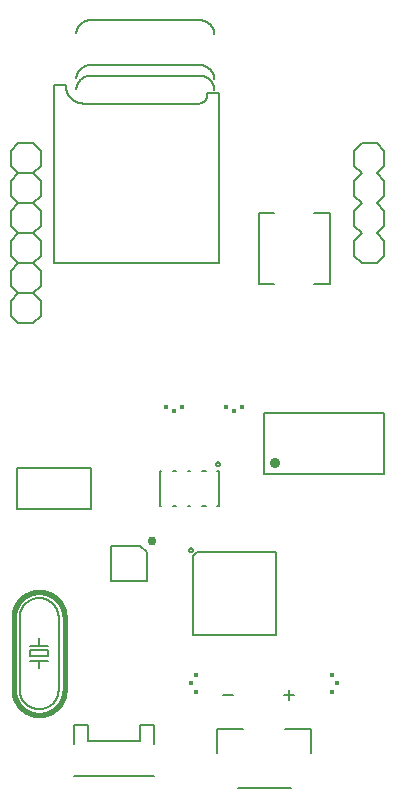
<source format=gto>
G75*
%MOIN*%
%OFA0B0*%
%FSLAX25Y25*%
%IPPOS*%
%LPD*%
%AMOC8*
5,1,8,0,0,1.08239X$1,22.5*
%
%ADD10C,0.00800*%
%ADD11C,0.03482*%
%ADD12C,0.00600*%
%ADD13R,0.01280X0.01673*%
%ADD14R,0.01378X0.01378*%
%ADD15R,0.01673X0.01280*%
%ADD16C,0.01600*%
%ADD17C,0.00500*%
%ADD18C,0.03000*%
%ADD19C,0.00700*%
D10*
X0028664Y0016958D02*
X0055436Y0016958D01*
X0055436Y0027588D02*
X0055436Y0033887D01*
X0050711Y0033887D01*
X0050711Y0028375D01*
X0033389Y0028375D01*
X0033389Y0033887D01*
X0028664Y0033887D01*
X0028664Y0027588D01*
X0068251Y0063867D02*
X0068251Y0090068D01*
X0069648Y0091466D01*
X0095849Y0091466D01*
X0095849Y0063867D01*
X0068251Y0063867D01*
X0067050Y0092167D02*
X0067052Y0092216D01*
X0067058Y0092264D01*
X0067068Y0092312D01*
X0067082Y0092359D01*
X0067099Y0092405D01*
X0067120Y0092449D01*
X0067145Y0092491D01*
X0067173Y0092531D01*
X0067205Y0092569D01*
X0067239Y0092604D01*
X0067276Y0092636D01*
X0067315Y0092665D01*
X0067357Y0092691D01*
X0067401Y0092713D01*
X0067446Y0092731D01*
X0067493Y0092746D01*
X0067540Y0092757D01*
X0067589Y0092764D01*
X0067638Y0092767D01*
X0067687Y0092766D01*
X0067735Y0092761D01*
X0067784Y0092752D01*
X0067831Y0092739D01*
X0067877Y0092722D01*
X0067921Y0092702D01*
X0067964Y0092678D01*
X0068005Y0092651D01*
X0068043Y0092620D01*
X0068079Y0092587D01*
X0068111Y0092551D01*
X0068141Y0092512D01*
X0068168Y0092471D01*
X0068191Y0092427D01*
X0068210Y0092382D01*
X0068226Y0092336D01*
X0068238Y0092289D01*
X0068246Y0092240D01*
X0068250Y0092191D01*
X0068250Y0092143D01*
X0068246Y0092094D01*
X0068238Y0092045D01*
X0068226Y0091998D01*
X0068210Y0091952D01*
X0068191Y0091907D01*
X0068168Y0091863D01*
X0068141Y0091822D01*
X0068111Y0091783D01*
X0068079Y0091747D01*
X0068043Y0091714D01*
X0068005Y0091683D01*
X0067964Y0091656D01*
X0067921Y0091632D01*
X0067877Y0091612D01*
X0067831Y0091595D01*
X0067784Y0091582D01*
X0067735Y0091573D01*
X0067687Y0091568D01*
X0067638Y0091567D01*
X0067589Y0091570D01*
X0067540Y0091577D01*
X0067493Y0091588D01*
X0067446Y0091603D01*
X0067401Y0091621D01*
X0067357Y0091643D01*
X0067315Y0091669D01*
X0067276Y0091698D01*
X0067239Y0091730D01*
X0067205Y0091765D01*
X0067173Y0091803D01*
X0067145Y0091843D01*
X0067120Y0091885D01*
X0067099Y0091929D01*
X0067082Y0091975D01*
X0067068Y0092022D01*
X0067058Y0092070D01*
X0067052Y0092118D01*
X0067050Y0092167D01*
X0066656Y0106761D02*
X0067444Y0106761D01*
X0071381Y0106761D02*
X0072562Y0106761D01*
X0076499Y0106761D02*
X0076893Y0106761D01*
X0076893Y0118572D01*
X0076499Y0118572D01*
X0072562Y0118572D02*
X0071381Y0118572D01*
X0067444Y0118572D02*
X0066656Y0118572D01*
X0062719Y0118572D02*
X0061538Y0118572D01*
X0057601Y0118572D02*
X0057207Y0118572D01*
X0057207Y0106761D01*
X0057601Y0106761D01*
X0061538Y0106761D02*
X0062719Y0106761D01*
X0091971Y0117430D02*
X0091971Y0137903D01*
X0132129Y0137903D01*
X0132129Y0117430D01*
X0091971Y0117430D01*
X0090239Y0180856D02*
X0090239Y0204478D01*
X0095357Y0204478D01*
X0095357Y0180856D02*
X0090239Y0180856D01*
X0108743Y0180856D02*
X0113861Y0180856D01*
X0113861Y0204478D01*
X0108743Y0204478D01*
X0122050Y0205167D02*
X0122050Y0200167D01*
X0124550Y0197667D01*
X0122050Y0195167D01*
X0122050Y0190167D01*
X0124550Y0187667D01*
X0129550Y0187667D01*
X0132050Y0190167D01*
X0132050Y0195167D01*
X0129550Y0197667D01*
X0132050Y0200167D01*
X0132050Y0205167D01*
X0129550Y0207667D01*
X0132050Y0210167D01*
X0132050Y0215167D01*
X0129550Y0217667D01*
X0132050Y0220167D01*
X0132050Y0225167D01*
X0129550Y0227667D01*
X0124550Y0227667D01*
X0122050Y0225167D01*
X0122050Y0220167D01*
X0124550Y0217667D01*
X0122050Y0215167D01*
X0122050Y0210167D01*
X0124550Y0207667D01*
X0122050Y0205167D01*
X0017550Y0205167D02*
X0017550Y0200167D01*
X0015050Y0197667D01*
X0010050Y0197667D01*
X0007550Y0200167D01*
X0007550Y0205167D01*
X0010050Y0207667D01*
X0015050Y0207667D01*
X0017550Y0205167D01*
X0015050Y0207667D02*
X0017550Y0210167D01*
X0017550Y0215167D01*
X0015050Y0217667D01*
X0010050Y0217667D01*
X0007550Y0220167D01*
X0007550Y0225167D01*
X0010050Y0227667D01*
X0015050Y0227667D01*
X0017550Y0225167D01*
X0017550Y0220167D01*
X0015050Y0217667D01*
X0010050Y0217667D02*
X0007550Y0215167D01*
X0007550Y0210167D01*
X0010050Y0207667D01*
X0010050Y0197667D02*
X0007550Y0195167D01*
X0007550Y0190167D01*
X0010050Y0187667D01*
X0015050Y0187667D01*
X0017550Y0185167D01*
X0017550Y0180167D01*
X0015050Y0177667D01*
X0010050Y0177667D01*
X0007550Y0180167D01*
X0007550Y0185167D01*
X0010050Y0187667D01*
X0015050Y0187667D02*
X0017550Y0190167D01*
X0017550Y0195167D01*
X0015050Y0197667D01*
X0015050Y0177667D02*
X0017550Y0175167D01*
X0017550Y0170167D01*
X0015050Y0167667D01*
X0010050Y0167667D01*
X0007550Y0170167D01*
X0007550Y0175167D01*
X0010050Y0177667D01*
D11*
X0095515Y0121269D03*
D12*
X0034349Y0119474D02*
X0034349Y0105852D01*
X0009751Y0105852D01*
X0009751Y0119474D01*
X0034349Y0119474D01*
X0023550Y0069667D02*
X0023550Y0045667D01*
X0020050Y0055167D02*
X0017050Y0055167D01*
X0017050Y0052667D01*
X0017050Y0055167D02*
X0014050Y0055167D01*
X0014050Y0056667D02*
X0014050Y0058667D01*
X0020050Y0058667D01*
X0020050Y0056667D01*
X0014050Y0056667D01*
X0014050Y0060167D02*
X0017050Y0060167D01*
X0017050Y0062667D01*
X0017050Y0060167D02*
X0020050Y0060167D01*
X0023550Y0069667D02*
X0023548Y0069827D01*
X0023542Y0069986D01*
X0023532Y0070145D01*
X0023519Y0070304D01*
X0023501Y0070463D01*
X0023480Y0070621D01*
X0023454Y0070778D01*
X0023425Y0070935D01*
X0023392Y0071091D01*
X0023355Y0071246D01*
X0023315Y0071401D01*
X0023270Y0071554D01*
X0023222Y0071706D01*
X0023170Y0071857D01*
X0023114Y0072006D01*
X0023055Y0072154D01*
X0022992Y0072301D01*
X0022926Y0072446D01*
X0022856Y0072589D01*
X0022782Y0072731D01*
X0022706Y0072871D01*
X0022625Y0073009D01*
X0022542Y0073144D01*
X0022455Y0073278D01*
X0022364Y0073410D01*
X0022271Y0073539D01*
X0022174Y0073666D01*
X0022075Y0073791D01*
X0021972Y0073913D01*
X0021866Y0074032D01*
X0021758Y0074149D01*
X0021646Y0074263D01*
X0021532Y0074375D01*
X0021415Y0074483D01*
X0021296Y0074589D01*
X0021174Y0074692D01*
X0021049Y0074791D01*
X0020922Y0074888D01*
X0020793Y0074981D01*
X0020661Y0075072D01*
X0020527Y0075159D01*
X0020392Y0075242D01*
X0020254Y0075323D01*
X0020114Y0075399D01*
X0019972Y0075473D01*
X0019829Y0075543D01*
X0019684Y0075609D01*
X0019537Y0075672D01*
X0019389Y0075731D01*
X0019240Y0075787D01*
X0019089Y0075839D01*
X0018937Y0075887D01*
X0018784Y0075932D01*
X0018629Y0075972D01*
X0018474Y0076009D01*
X0018318Y0076042D01*
X0018161Y0076071D01*
X0018004Y0076097D01*
X0017846Y0076118D01*
X0017687Y0076136D01*
X0017528Y0076149D01*
X0017369Y0076159D01*
X0017210Y0076165D01*
X0017050Y0076167D01*
X0016890Y0076165D01*
X0016731Y0076159D01*
X0016572Y0076149D01*
X0016413Y0076136D01*
X0016254Y0076118D01*
X0016096Y0076097D01*
X0015939Y0076071D01*
X0015782Y0076042D01*
X0015626Y0076009D01*
X0015471Y0075972D01*
X0015316Y0075932D01*
X0015163Y0075887D01*
X0015011Y0075839D01*
X0014860Y0075787D01*
X0014711Y0075731D01*
X0014563Y0075672D01*
X0014416Y0075609D01*
X0014271Y0075543D01*
X0014128Y0075473D01*
X0013986Y0075399D01*
X0013846Y0075323D01*
X0013708Y0075242D01*
X0013573Y0075159D01*
X0013439Y0075072D01*
X0013307Y0074981D01*
X0013178Y0074888D01*
X0013051Y0074791D01*
X0012926Y0074692D01*
X0012804Y0074589D01*
X0012685Y0074483D01*
X0012568Y0074375D01*
X0012454Y0074263D01*
X0012342Y0074149D01*
X0012234Y0074032D01*
X0012128Y0073913D01*
X0012025Y0073791D01*
X0011926Y0073666D01*
X0011829Y0073539D01*
X0011736Y0073410D01*
X0011645Y0073278D01*
X0011558Y0073144D01*
X0011475Y0073009D01*
X0011394Y0072871D01*
X0011318Y0072731D01*
X0011244Y0072589D01*
X0011174Y0072446D01*
X0011108Y0072301D01*
X0011045Y0072154D01*
X0010986Y0072006D01*
X0010930Y0071857D01*
X0010878Y0071706D01*
X0010830Y0071554D01*
X0010785Y0071401D01*
X0010745Y0071246D01*
X0010708Y0071091D01*
X0010675Y0070935D01*
X0010646Y0070778D01*
X0010620Y0070621D01*
X0010599Y0070463D01*
X0010581Y0070304D01*
X0010568Y0070145D01*
X0010558Y0069986D01*
X0010552Y0069827D01*
X0010550Y0069667D01*
X0010550Y0045667D01*
X0010552Y0045507D01*
X0010558Y0045348D01*
X0010568Y0045189D01*
X0010581Y0045030D01*
X0010599Y0044871D01*
X0010620Y0044713D01*
X0010646Y0044556D01*
X0010675Y0044399D01*
X0010708Y0044243D01*
X0010745Y0044088D01*
X0010785Y0043933D01*
X0010830Y0043780D01*
X0010878Y0043628D01*
X0010930Y0043477D01*
X0010986Y0043328D01*
X0011045Y0043180D01*
X0011108Y0043033D01*
X0011174Y0042888D01*
X0011244Y0042745D01*
X0011318Y0042603D01*
X0011394Y0042463D01*
X0011475Y0042325D01*
X0011558Y0042190D01*
X0011645Y0042056D01*
X0011736Y0041924D01*
X0011829Y0041795D01*
X0011926Y0041668D01*
X0012025Y0041543D01*
X0012128Y0041421D01*
X0012234Y0041302D01*
X0012342Y0041185D01*
X0012454Y0041071D01*
X0012568Y0040959D01*
X0012685Y0040851D01*
X0012804Y0040745D01*
X0012926Y0040642D01*
X0013051Y0040543D01*
X0013178Y0040446D01*
X0013307Y0040353D01*
X0013439Y0040262D01*
X0013573Y0040175D01*
X0013708Y0040092D01*
X0013846Y0040011D01*
X0013986Y0039935D01*
X0014128Y0039861D01*
X0014271Y0039791D01*
X0014416Y0039725D01*
X0014563Y0039662D01*
X0014711Y0039603D01*
X0014860Y0039547D01*
X0015011Y0039495D01*
X0015163Y0039447D01*
X0015316Y0039402D01*
X0015471Y0039362D01*
X0015626Y0039325D01*
X0015782Y0039292D01*
X0015939Y0039263D01*
X0016096Y0039237D01*
X0016254Y0039216D01*
X0016413Y0039198D01*
X0016572Y0039185D01*
X0016731Y0039175D01*
X0016890Y0039169D01*
X0017050Y0039167D01*
X0017210Y0039169D01*
X0017369Y0039175D01*
X0017528Y0039185D01*
X0017687Y0039198D01*
X0017846Y0039216D01*
X0018004Y0039237D01*
X0018161Y0039263D01*
X0018318Y0039292D01*
X0018474Y0039325D01*
X0018629Y0039362D01*
X0018784Y0039402D01*
X0018937Y0039447D01*
X0019089Y0039495D01*
X0019240Y0039547D01*
X0019389Y0039603D01*
X0019537Y0039662D01*
X0019684Y0039725D01*
X0019829Y0039791D01*
X0019972Y0039861D01*
X0020114Y0039935D01*
X0020254Y0040011D01*
X0020392Y0040092D01*
X0020527Y0040175D01*
X0020661Y0040262D01*
X0020793Y0040353D01*
X0020922Y0040446D01*
X0021049Y0040543D01*
X0021174Y0040642D01*
X0021296Y0040745D01*
X0021415Y0040851D01*
X0021532Y0040959D01*
X0021646Y0041071D01*
X0021758Y0041185D01*
X0021866Y0041302D01*
X0021972Y0041421D01*
X0022075Y0041543D01*
X0022174Y0041668D01*
X0022271Y0041795D01*
X0022364Y0041924D01*
X0022455Y0042056D01*
X0022542Y0042190D01*
X0022625Y0042325D01*
X0022706Y0042463D01*
X0022782Y0042603D01*
X0022856Y0042745D01*
X0022926Y0042888D01*
X0022992Y0043033D01*
X0023055Y0043180D01*
X0023114Y0043328D01*
X0023170Y0043477D01*
X0023222Y0043628D01*
X0023270Y0043780D01*
X0023315Y0043933D01*
X0023355Y0044088D01*
X0023392Y0044243D01*
X0023425Y0044399D01*
X0023454Y0044556D01*
X0023480Y0044713D01*
X0023501Y0044871D01*
X0023519Y0045030D01*
X0023532Y0045189D01*
X0023542Y0045348D01*
X0023548Y0045507D01*
X0023550Y0045667D01*
D13*
X0059343Y0139881D03*
X0064757Y0139881D03*
X0079343Y0139881D03*
X0084757Y0139881D03*
D14*
X0082050Y0138356D03*
X0062050Y0138356D03*
X0067739Y0047667D03*
X0116361Y0047667D03*
D15*
X0114835Y0050373D03*
X0114835Y0044960D03*
X0069265Y0044960D03*
X0069265Y0050373D03*
D16*
X0008550Y0045667D02*
X0008550Y0069667D01*
X0008553Y0069874D01*
X0008560Y0070081D01*
X0008573Y0070287D01*
X0008590Y0070494D01*
X0008613Y0070699D01*
X0008641Y0070905D01*
X0008673Y0071109D01*
X0008711Y0071313D01*
X0008753Y0071515D01*
X0008801Y0071717D01*
X0008853Y0071917D01*
X0008910Y0072116D01*
X0008972Y0072313D01*
X0009039Y0072509D01*
X0009111Y0072703D01*
X0009187Y0072896D01*
X0009268Y0073086D01*
X0009354Y0073275D01*
X0009444Y0073461D01*
X0009538Y0073645D01*
X0009638Y0073827D01*
X0009741Y0074006D01*
X0009849Y0074183D01*
X0009961Y0074357D01*
X0010077Y0074528D01*
X0010198Y0074697D01*
X0010322Y0074862D01*
X0010451Y0075024D01*
X0010583Y0075183D01*
X0010719Y0075339D01*
X0010859Y0075492D01*
X0011003Y0075641D01*
X0011150Y0075786D01*
X0011301Y0075928D01*
X0011455Y0076066D01*
X0011613Y0076201D01*
X0011773Y0076331D01*
X0011937Y0076457D01*
X0012104Y0076580D01*
X0012274Y0076698D01*
X0012447Y0076813D01*
X0012622Y0076923D01*
X0012800Y0077028D01*
X0012981Y0077130D01*
X0013163Y0077226D01*
X0013349Y0077319D01*
X0013536Y0077407D01*
X0013726Y0077490D01*
X0013917Y0077569D01*
X0014110Y0077643D01*
X0014306Y0077712D01*
X0014502Y0077776D01*
X0014700Y0077836D01*
X0014900Y0077891D01*
X0015101Y0077941D01*
X0015303Y0077986D01*
X0015506Y0078026D01*
X0015710Y0078061D01*
X0015915Y0078091D01*
X0016120Y0078116D01*
X0016326Y0078136D01*
X0016533Y0078151D01*
X0016740Y0078161D01*
X0016947Y0078166D01*
X0017153Y0078166D01*
X0017360Y0078161D01*
X0017567Y0078151D01*
X0017774Y0078136D01*
X0017980Y0078116D01*
X0018185Y0078091D01*
X0018390Y0078061D01*
X0018594Y0078026D01*
X0018797Y0077986D01*
X0018999Y0077941D01*
X0019200Y0077891D01*
X0019400Y0077836D01*
X0019598Y0077776D01*
X0019794Y0077712D01*
X0019990Y0077643D01*
X0020183Y0077569D01*
X0020374Y0077490D01*
X0020564Y0077407D01*
X0020751Y0077319D01*
X0020937Y0077226D01*
X0021119Y0077130D01*
X0021300Y0077028D01*
X0021478Y0076923D01*
X0021653Y0076813D01*
X0021826Y0076698D01*
X0021996Y0076580D01*
X0022163Y0076457D01*
X0022327Y0076331D01*
X0022487Y0076201D01*
X0022645Y0076066D01*
X0022799Y0075928D01*
X0022950Y0075786D01*
X0023097Y0075641D01*
X0023241Y0075492D01*
X0023381Y0075339D01*
X0023517Y0075183D01*
X0023649Y0075024D01*
X0023778Y0074862D01*
X0023902Y0074697D01*
X0024023Y0074528D01*
X0024139Y0074357D01*
X0024251Y0074183D01*
X0024359Y0074006D01*
X0024462Y0073827D01*
X0024562Y0073645D01*
X0024656Y0073461D01*
X0024746Y0073275D01*
X0024832Y0073086D01*
X0024913Y0072896D01*
X0024989Y0072703D01*
X0025061Y0072509D01*
X0025128Y0072313D01*
X0025190Y0072116D01*
X0025247Y0071917D01*
X0025299Y0071717D01*
X0025347Y0071515D01*
X0025389Y0071313D01*
X0025427Y0071109D01*
X0025459Y0070905D01*
X0025487Y0070699D01*
X0025510Y0070494D01*
X0025527Y0070287D01*
X0025540Y0070081D01*
X0025547Y0069874D01*
X0025550Y0069667D01*
X0025550Y0045667D01*
X0025547Y0045460D01*
X0025540Y0045253D01*
X0025527Y0045047D01*
X0025510Y0044840D01*
X0025487Y0044635D01*
X0025459Y0044429D01*
X0025427Y0044225D01*
X0025389Y0044021D01*
X0025347Y0043819D01*
X0025299Y0043617D01*
X0025247Y0043417D01*
X0025190Y0043218D01*
X0025128Y0043021D01*
X0025061Y0042825D01*
X0024989Y0042631D01*
X0024913Y0042438D01*
X0024832Y0042248D01*
X0024746Y0042059D01*
X0024656Y0041873D01*
X0024562Y0041689D01*
X0024462Y0041507D01*
X0024359Y0041328D01*
X0024251Y0041151D01*
X0024139Y0040977D01*
X0024023Y0040806D01*
X0023902Y0040637D01*
X0023778Y0040472D01*
X0023649Y0040310D01*
X0023517Y0040151D01*
X0023381Y0039995D01*
X0023241Y0039842D01*
X0023097Y0039693D01*
X0022950Y0039548D01*
X0022799Y0039406D01*
X0022645Y0039268D01*
X0022487Y0039133D01*
X0022327Y0039003D01*
X0022163Y0038877D01*
X0021996Y0038754D01*
X0021826Y0038636D01*
X0021653Y0038521D01*
X0021478Y0038411D01*
X0021300Y0038306D01*
X0021119Y0038204D01*
X0020937Y0038108D01*
X0020751Y0038015D01*
X0020564Y0037927D01*
X0020374Y0037844D01*
X0020183Y0037765D01*
X0019990Y0037691D01*
X0019794Y0037622D01*
X0019598Y0037558D01*
X0019400Y0037498D01*
X0019200Y0037443D01*
X0018999Y0037393D01*
X0018797Y0037348D01*
X0018594Y0037308D01*
X0018390Y0037273D01*
X0018185Y0037243D01*
X0017980Y0037218D01*
X0017774Y0037198D01*
X0017567Y0037183D01*
X0017360Y0037173D01*
X0017153Y0037168D01*
X0016947Y0037168D01*
X0016740Y0037173D01*
X0016533Y0037183D01*
X0016326Y0037198D01*
X0016120Y0037218D01*
X0015915Y0037243D01*
X0015710Y0037273D01*
X0015506Y0037308D01*
X0015303Y0037348D01*
X0015101Y0037393D01*
X0014900Y0037443D01*
X0014700Y0037498D01*
X0014502Y0037558D01*
X0014306Y0037622D01*
X0014110Y0037691D01*
X0013917Y0037765D01*
X0013726Y0037844D01*
X0013536Y0037927D01*
X0013349Y0038015D01*
X0013163Y0038108D01*
X0012981Y0038204D01*
X0012800Y0038306D01*
X0012622Y0038411D01*
X0012447Y0038521D01*
X0012274Y0038636D01*
X0012104Y0038754D01*
X0011937Y0038877D01*
X0011773Y0039003D01*
X0011613Y0039133D01*
X0011455Y0039268D01*
X0011301Y0039406D01*
X0011150Y0039548D01*
X0011003Y0039693D01*
X0010859Y0039842D01*
X0010719Y0039995D01*
X0010583Y0040151D01*
X0010451Y0040310D01*
X0010322Y0040472D01*
X0010198Y0040637D01*
X0010077Y0040806D01*
X0009961Y0040977D01*
X0009849Y0041151D01*
X0009741Y0041328D01*
X0009638Y0041507D01*
X0009538Y0041689D01*
X0009444Y0041873D01*
X0009354Y0042059D01*
X0009268Y0042248D01*
X0009187Y0042438D01*
X0009111Y0042631D01*
X0009039Y0042825D01*
X0008972Y0043021D01*
X0008910Y0043218D01*
X0008853Y0043417D01*
X0008801Y0043617D01*
X0008753Y0043819D01*
X0008711Y0044021D01*
X0008673Y0044225D01*
X0008641Y0044429D01*
X0008613Y0044635D01*
X0008590Y0044840D01*
X0008573Y0045047D01*
X0008560Y0045253D01*
X0008553Y0045460D01*
X0008550Y0045667D01*
D17*
X0041144Y0081761D02*
X0041144Y0093572D01*
X0050846Y0093572D01*
X0052956Y0091462D01*
X0052956Y0081761D01*
X0041144Y0081761D01*
X0076302Y0032509D02*
X0076302Y0024635D01*
X0076302Y0032509D02*
X0085160Y0032509D01*
X0083192Y0012824D02*
X0100908Y0012824D01*
X0107798Y0024635D02*
X0107798Y0032509D01*
X0098940Y0032509D01*
X0076018Y0120767D02*
X0076020Y0120817D01*
X0076026Y0120866D01*
X0076035Y0120915D01*
X0076049Y0120962D01*
X0076066Y0121009D01*
X0076087Y0121054D01*
X0076111Y0121097D01*
X0076139Y0121138D01*
X0076169Y0121177D01*
X0076203Y0121214D01*
X0076240Y0121248D01*
X0076279Y0121278D01*
X0076320Y0121306D01*
X0076363Y0121330D01*
X0076408Y0121351D01*
X0076455Y0121368D01*
X0076502Y0121382D01*
X0076551Y0121391D01*
X0076600Y0121397D01*
X0076650Y0121399D01*
X0076700Y0121397D01*
X0076749Y0121391D01*
X0076798Y0121382D01*
X0076845Y0121368D01*
X0076892Y0121351D01*
X0076937Y0121330D01*
X0076980Y0121306D01*
X0077021Y0121278D01*
X0077060Y0121248D01*
X0077097Y0121214D01*
X0077131Y0121177D01*
X0077161Y0121138D01*
X0077189Y0121097D01*
X0077213Y0121054D01*
X0077234Y0121009D01*
X0077251Y0120962D01*
X0077265Y0120915D01*
X0077274Y0120866D01*
X0077280Y0120817D01*
X0077282Y0120767D01*
X0077280Y0120717D01*
X0077274Y0120668D01*
X0077265Y0120619D01*
X0077251Y0120572D01*
X0077234Y0120525D01*
X0077213Y0120480D01*
X0077189Y0120437D01*
X0077161Y0120396D01*
X0077131Y0120357D01*
X0077097Y0120320D01*
X0077060Y0120286D01*
X0077021Y0120256D01*
X0076980Y0120228D01*
X0076937Y0120204D01*
X0076892Y0120183D01*
X0076845Y0120166D01*
X0076798Y0120152D01*
X0076749Y0120143D01*
X0076700Y0120137D01*
X0076650Y0120135D01*
X0076600Y0120137D01*
X0076551Y0120143D01*
X0076502Y0120152D01*
X0076455Y0120166D01*
X0076408Y0120183D01*
X0076363Y0120204D01*
X0076320Y0120228D01*
X0076279Y0120256D01*
X0076240Y0120286D01*
X0076203Y0120320D01*
X0076169Y0120357D01*
X0076139Y0120396D01*
X0076111Y0120437D01*
X0076087Y0120480D01*
X0076066Y0120525D01*
X0076049Y0120572D01*
X0076035Y0120619D01*
X0076026Y0120668D01*
X0076020Y0120717D01*
X0076018Y0120767D01*
X0077050Y0187824D02*
X0077050Y0244517D01*
X0073113Y0244517D01*
X0075475Y0245541D02*
X0075473Y0245676D01*
X0075467Y0245811D01*
X0075458Y0245945D01*
X0075444Y0246079D01*
X0075427Y0246213D01*
X0075406Y0246347D01*
X0075381Y0246479D01*
X0075352Y0246611D01*
X0075320Y0246742D01*
X0075284Y0246872D01*
X0075244Y0247001D01*
X0075200Y0247128D01*
X0075153Y0247255D01*
X0075102Y0247380D01*
X0075048Y0247503D01*
X0074990Y0247625D01*
X0074929Y0247746D01*
X0074864Y0247864D01*
X0074796Y0247980D01*
X0074725Y0248095D01*
X0074651Y0248207D01*
X0074573Y0248318D01*
X0074492Y0248426D01*
X0074408Y0248531D01*
X0074321Y0248635D01*
X0074231Y0248735D01*
X0074139Y0248833D01*
X0074043Y0248929D01*
X0073945Y0249021D01*
X0073845Y0249111D01*
X0073741Y0249198D01*
X0073636Y0249282D01*
X0073528Y0249363D01*
X0073417Y0249441D01*
X0073305Y0249515D01*
X0073190Y0249586D01*
X0073074Y0249654D01*
X0072956Y0249719D01*
X0072835Y0249780D01*
X0072713Y0249838D01*
X0072590Y0249892D01*
X0072465Y0249943D01*
X0072338Y0249990D01*
X0072211Y0250034D01*
X0072082Y0250074D01*
X0071952Y0250110D01*
X0071821Y0250142D01*
X0071689Y0250171D01*
X0071557Y0250196D01*
X0071423Y0250217D01*
X0071289Y0250234D01*
X0071155Y0250248D01*
X0071021Y0250257D01*
X0070886Y0250263D01*
X0070751Y0250265D01*
X0034530Y0250265D01*
X0034531Y0253809D02*
X0034396Y0253818D01*
X0034260Y0253823D01*
X0034125Y0253825D01*
X0033990Y0253823D01*
X0033854Y0253817D01*
X0033719Y0253807D01*
X0033585Y0253793D01*
X0033450Y0253775D01*
X0033317Y0253753D01*
X0033184Y0253728D01*
X0033051Y0253699D01*
X0032920Y0253666D01*
X0032790Y0253630D01*
X0032661Y0253589D01*
X0032532Y0253545D01*
X0032406Y0253498D01*
X0032280Y0253446D01*
X0032157Y0253392D01*
X0032034Y0253333D01*
X0031914Y0253271D01*
X0031795Y0253206D01*
X0031678Y0253138D01*
X0031564Y0253066D01*
X0031451Y0252991D01*
X0031341Y0252912D01*
X0031232Y0252831D01*
X0031127Y0252747D01*
X0031023Y0252659D01*
X0030922Y0252569D01*
X0030824Y0252476D01*
X0030729Y0252380D01*
X0030636Y0252281D01*
X0030546Y0252180D01*
X0030459Y0252076D01*
X0030375Y0251970D01*
X0030294Y0251861D01*
X0030217Y0251750D01*
X0030142Y0251637D01*
X0030071Y0251522D01*
X0030003Y0251405D01*
X0029938Y0251286D01*
X0029877Y0251165D01*
X0029819Y0251043D01*
X0029765Y0250918D01*
X0029715Y0250793D01*
X0029668Y0250666D01*
X0029624Y0250538D01*
X0029585Y0250408D01*
X0029549Y0250278D01*
X0029516Y0250146D01*
X0029488Y0250014D01*
X0029463Y0249881D01*
X0029443Y0249747D01*
X0029426Y0249612D01*
X0029412Y0249478D01*
X0025869Y0247273D02*
X0025871Y0247116D01*
X0025877Y0246959D01*
X0025887Y0246802D01*
X0025900Y0246646D01*
X0025918Y0246490D01*
X0025939Y0246334D01*
X0025965Y0246179D01*
X0025994Y0246025D01*
X0026027Y0245871D01*
X0026064Y0245719D01*
X0026104Y0245567D01*
X0026149Y0245416D01*
X0026197Y0245267D01*
X0026249Y0245119D01*
X0026304Y0244972D01*
X0026364Y0244826D01*
X0026426Y0244682D01*
X0026493Y0244540D01*
X0026563Y0244399D01*
X0026636Y0244260D01*
X0026713Y0244124D01*
X0026793Y0243988D01*
X0026877Y0243856D01*
X0026964Y0243725D01*
X0027054Y0243596D01*
X0027147Y0243470D01*
X0027243Y0243346D01*
X0027343Y0243224D01*
X0027445Y0243105D01*
X0027551Y0242989D01*
X0027659Y0242875D01*
X0027770Y0242764D01*
X0027884Y0242656D01*
X0028000Y0242550D01*
X0028119Y0242448D01*
X0028241Y0242348D01*
X0028365Y0242252D01*
X0028491Y0242159D01*
X0028620Y0242069D01*
X0028751Y0241982D01*
X0028883Y0241898D01*
X0029019Y0241818D01*
X0029155Y0241741D01*
X0029294Y0241668D01*
X0029435Y0241598D01*
X0029577Y0241531D01*
X0029721Y0241469D01*
X0029867Y0241409D01*
X0030014Y0241354D01*
X0030162Y0241302D01*
X0030311Y0241254D01*
X0030462Y0241209D01*
X0030614Y0241169D01*
X0030766Y0241132D01*
X0030920Y0241099D01*
X0031074Y0241070D01*
X0031229Y0241044D01*
X0031385Y0241023D01*
X0031541Y0241005D01*
X0031697Y0240992D01*
X0031854Y0240982D01*
X0032011Y0240976D01*
X0032168Y0240974D01*
X0070357Y0240974D01*
X0070466Y0240989D01*
X0070575Y0241009D01*
X0070684Y0241032D01*
X0070791Y0241059D01*
X0070898Y0241090D01*
X0071003Y0241124D01*
X0071107Y0241162D01*
X0071210Y0241204D01*
X0071311Y0241249D01*
X0071410Y0241298D01*
X0071508Y0241350D01*
X0071604Y0241406D01*
X0071697Y0241465D01*
X0071789Y0241527D01*
X0071879Y0241592D01*
X0071966Y0241661D01*
X0072051Y0241732D01*
X0072133Y0241806D01*
X0072212Y0241884D01*
X0072289Y0241963D01*
X0072363Y0242046D01*
X0072434Y0242131D01*
X0072502Y0242218D01*
X0072567Y0242308D01*
X0072629Y0242400D01*
X0072687Y0242494D01*
X0072742Y0242590D01*
X0072794Y0242688D01*
X0072843Y0242788D01*
X0072887Y0242889D01*
X0072929Y0242992D01*
X0072966Y0243096D01*
X0073000Y0243202D01*
X0073031Y0243308D01*
X0073057Y0243416D01*
X0073080Y0243524D01*
X0073099Y0243633D01*
X0073114Y0243743D01*
X0073126Y0243853D01*
X0073133Y0243964D01*
X0073137Y0244075D01*
X0073136Y0244185D01*
X0073132Y0244296D01*
X0073124Y0244407D01*
X0073112Y0244517D01*
X0075475Y0249084D02*
X0075473Y0249219D01*
X0075467Y0249354D01*
X0075458Y0249488D01*
X0075444Y0249622D01*
X0075427Y0249756D01*
X0075406Y0249890D01*
X0075381Y0250022D01*
X0075352Y0250154D01*
X0075320Y0250285D01*
X0075284Y0250415D01*
X0075244Y0250544D01*
X0075200Y0250671D01*
X0075153Y0250798D01*
X0075102Y0250923D01*
X0075048Y0251046D01*
X0074990Y0251168D01*
X0074929Y0251289D01*
X0074864Y0251407D01*
X0074796Y0251523D01*
X0074725Y0251638D01*
X0074651Y0251750D01*
X0074573Y0251861D01*
X0074492Y0251969D01*
X0074408Y0252074D01*
X0074321Y0252178D01*
X0074231Y0252278D01*
X0074139Y0252376D01*
X0074043Y0252472D01*
X0073945Y0252564D01*
X0073845Y0252654D01*
X0073741Y0252741D01*
X0073636Y0252825D01*
X0073528Y0252906D01*
X0073417Y0252984D01*
X0073305Y0253058D01*
X0073190Y0253129D01*
X0073074Y0253197D01*
X0072956Y0253262D01*
X0072835Y0253323D01*
X0072713Y0253381D01*
X0072590Y0253435D01*
X0072465Y0253486D01*
X0072338Y0253533D01*
X0072211Y0253577D01*
X0072082Y0253617D01*
X0071952Y0253653D01*
X0071821Y0253685D01*
X0071689Y0253714D01*
X0071557Y0253739D01*
X0071423Y0253760D01*
X0071289Y0253777D01*
X0071155Y0253791D01*
X0071021Y0253800D01*
X0070886Y0253806D01*
X0070751Y0253808D01*
X0034530Y0253808D01*
X0034531Y0250266D02*
X0034396Y0250275D01*
X0034260Y0250280D01*
X0034125Y0250282D01*
X0033990Y0250280D01*
X0033854Y0250274D01*
X0033719Y0250264D01*
X0033585Y0250250D01*
X0033450Y0250232D01*
X0033317Y0250210D01*
X0033184Y0250185D01*
X0033051Y0250156D01*
X0032920Y0250123D01*
X0032790Y0250087D01*
X0032661Y0250046D01*
X0032532Y0250002D01*
X0032406Y0249955D01*
X0032280Y0249903D01*
X0032157Y0249849D01*
X0032034Y0249790D01*
X0031914Y0249728D01*
X0031795Y0249663D01*
X0031678Y0249595D01*
X0031564Y0249523D01*
X0031451Y0249448D01*
X0031341Y0249369D01*
X0031232Y0249288D01*
X0031127Y0249204D01*
X0031023Y0249116D01*
X0030922Y0249026D01*
X0030824Y0248933D01*
X0030729Y0248837D01*
X0030636Y0248738D01*
X0030546Y0248637D01*
X0030459Y0248533D01*
X0030375Y0248427D01*
X0030294Y0248318D01*
X0030217Y0248207D01*
X0030142Y0248094D01*
X0030071Y0247979D01*
X0030003Y0247862D01*
X0029938Y0247743D01*
X0029877Y0247622D01*
X0029819Y0247500D01*
X0029765Y0247375D01*
X0029715Y0247250D01*
X0029668Y0247123D01*
X0029624Y0246995D01*
X0029585Y0246865D01*
X0029549Y0246735D01*
X0029516Y0246603D01*
X0029488Y0246471D01*
X0029463Y0246338D01*
X0029443Y0246204D01*
X0029426Y0246069D01*
X0029412Y0245935D01*
X0025869Y0247273D02*
X0021932Y0247273D01*
X0021932Y0187824D01*
X0077050Y0187824D01*
X0075475Y0264045D02*
X0075473Y0264180D01*
X0075467Y0264315D01*
X0075458Y0264449D01*
X0075444Y0264583D01*
X0075427Y0264717D01*
X0075406Y0264851D01*
X0075381Y0264983D01*
X0075352Y0265115D01*
X0075320Y0265246D01*
X0075284Y0265376D01*
X0075244Y0265505D01*
X0075200Y0265632D01*
X0075153Y0265759D01*
X0075102Y0265884D01*
X0075048Y0266007D01*
X0074990Y0266129D01*
X0074929Y0266250D01*
X0074864Y0266368D01*
X0074796Y0266484D01*
X0074725Y0266599D01*
X0074651Y0266711D01*
X0074573Y0266822D01*
X0074492Y0266930D01*
X0074408Y0267035D01*
X0074321Y0267139D01*
X0074231Y0267239D01*
X0074139Y0267337D01*
X0074043Y0267433D01*
X0073945Y0267525D01*
X0073845Y0267615D01*
X0073741Y0267702D01*
X0073636Y0267786D01*
X0073528Y0267867D01*
X0073417Y0267945D01*
X0073305Y0268019D01*
X0073190Y0268090D01*
X0073074Y0268158D01*
X0072956Y0268223D01*
X0072835Y0268284D01*
X0072713Y0268342D01*
X0072590Y0268396D01*
X0072465Y0268447D01*
X0072338Y0268494D01*
X0072211Y0268538D01*
X0072082Y0268578D01*
X0071952Y0268614D01*
X0071821Y0268646D01*
X0071689Y0268675D01*
X0071557Y0268700D01*
X0071423Y0268721D01*
X0071289Y0268738D01*
X0071155Y0268752D01*
X0071021Y0268761D01*
X0070886Y0268767D01*
X0070751Y0268769D01*
X0034530Y0268769D01*
X0034531Y0268770D02*
X0034396Y0268779D01*
X0034260Y0268784D01*
X0034125Y0268786D01*
X0033990Y0268784D01*
X0033854Y0268778D01*
X0033719Y0268768D01*
X0033585Y0268754D01*
X0033450Y0268736D01*
X0033317Y0268714D01*
X0033184Y0268689D01*
X0033051Y0268660D01*
X0032920Y0268627D01*
X0032790Y0268591D01*
X0032661Y0268550D01*
X0032532Y0268506D01*
X0032406Y0268459D01*
X0032280Y0268407D01*
X0032157Y0268353D01*
X0032034Y0268294D01*
X0031914Y0268232D01*
X0031795Y0268167D01*
X0031678Y0268099D01*
X0031564Y0268027D01*
X0031451Y0267952D01*
X0031341Y0267873D01*
X0031232Y0267792D01*
X0031127Y0267708D01*
X0031023Y0267620D01*
X0030922Y0267530D01*
X0030824Y0267437D01*
X0030729Y0267341D01*
X0030636Y0267242D01*
X0030546Y0267141D01*
X0030459Y0267037D01*
X0030375Y0266931D01*
X0030294Y0266822D01*
X0030217Y0266711D01*
X0030142Y0266598D01*
X0030071Y0266483D01*
X0030003Y0266366D01*
X0029938Y0266247D01*
X0029877Y0266126D01*
X0029819Y0266004D01*
X0029765Y0265879D01*
X0029715Y0265754D01*
X0029668Y0265627D01*
X0029624Y0265499D01*
X0029585Y0265369D01*
X0029549Y0265239D01*
X0029516Y0265107D01*
X0029488Y0264975D01*
X0029463Y0264842D01*
X0029443Y0264708D01*
X0029426Y0264573D01*
X0029412Y0264439D01*
D18*
X0054550Y0095167D03*
D19*
X0078303Y0043869D02*
X0081572Y0043869D01*
X0098716Y0043869D02*
X0101985Y0043869D01*
X0100351Y0045503D02*
X0100351Y0042234D01*
M02*

</source>
